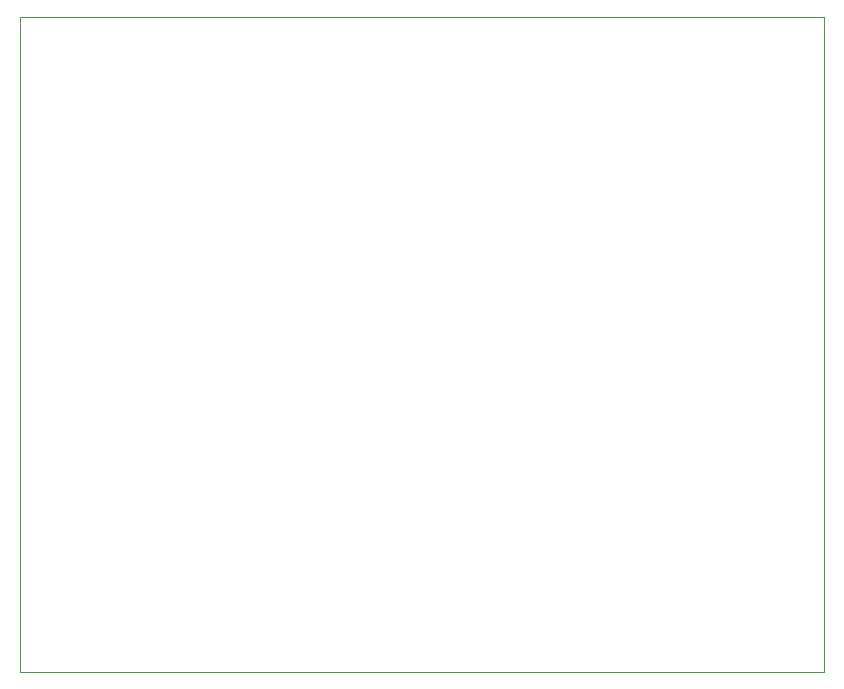
<source format=gbr>
%TF.GenerationSoftware,KiCad,Pcbnew,9.0.2*%
%TF.CreationDate,2025-07-07T10:10:20-04:00*%
%TF.ProjectId,jukebox,6a756b65-626f-4782-9e6b-696361645f70,rev?*%
%TF.SameCoordinates,Original*%
%TF.FileFunction,Profile,NP*%
%FSLAX46Y46*%
G04 Gerber Fmt 4.6, Leading zero omitted, Abs format (unit mm)*
G04 Created by KiCad (PCBNEW 9.0.2) date 2025-07-07 10:10:20*
%MOMM*%
%LPD*%
G01*
G04 APERTURE LIST*
%TA.AperFunction,Profile*%
%ADD10C,0.050000*%
%TD*%
G04 APERTURE END LIST*
D10*
X100000000Y-37500000D02*
X168000000Y-37500000D01*
X168000000Y-93000000D01*
X100000000Y-93000000D01*
X100000000Y-37500000D01*
M02*

</source>
